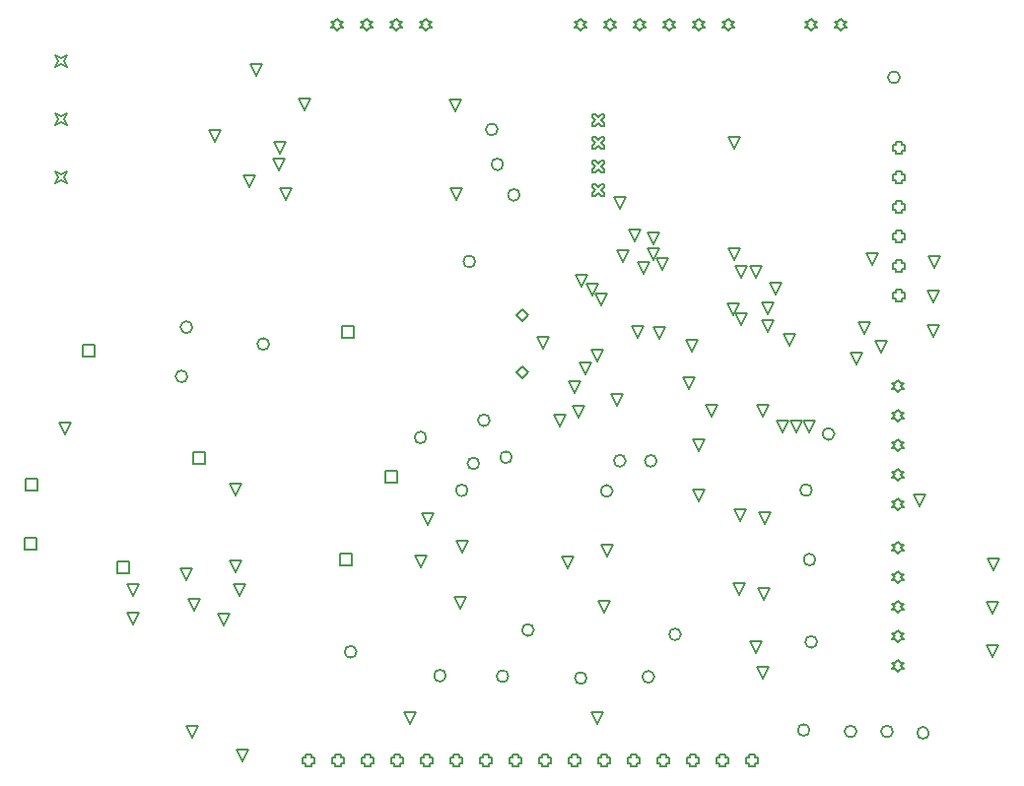
<source format=gbr>
%TF.GenerationSoftware,Altium Limited,Altium Designer,24.7.2 (38)*%
G04 Layer_Color=2752767*
%FSLAX45Y45*%
%MOMM*%
%TF.SameCoordinates,313A2AA4-CFAA-4B56-AAC7-ADE98D6BBF51*%
%TF.FilePolarity,Positive*%
%TF.FileFunction,Drawing*%
%TF.Part,Single*%
G01*
G75*
%TA.AperFunction,NonConductor*%
%ADD116C,0.12700*%
%ADD117C,0.16933*%
D116*
X7642100Y4705600D02*
Y4680200D01*
X7692900D01*
Y4705600D01*
X7718300D01*
Y4756400D01*
X7692900D01*
Y4781800D01*
X7642100D01*
Y4756400D01*
X7616700D01*
Y4705600D01*
X7642100D01*
Y5213600D02*
Y5188200D01*
X7692900D01*
Y5213600D01*
X7718300D01*
Y5264400D01*
X7692900D01*
Y5289800D01*
X7642100D01*
Y5264400D01*
X7616700D01*
Y5213600D01*
X7642100D01*
Y5467600D02*
Y5442200D01*
X7692900D01*
Y5467600D01*
X7718300D01*
Y5518400D01*
X7692900D01*
Y5543800D01*
X7642100D01*
Y5518400D01*
X7616700D01*
Y5467600D01*
X7642100D01*
Y4959600D02*
Y4934200D01*
X7692900D01*
Y4959600D01*
X7718300D01*
Y5010400D01*
X7692900D01*
Y5035800D01*
X7642100D01*
Y5010400D01*
X7616700D01*
Y4959600D01*
X7642100D01*
Y4451600D02*
Y4426200D01*
X7692900D01*
Y4451600D01*
X7718300D01*
Y4502400D01*
X7692900D01*
Y4527800D01*
X7642100D01*
Y4502400D01*
X7616700D01*
Y4451600D01*
X7642100D01*
Y4197600D02*
Y4172200D01*
X7692900D01*
Y4197600D01*
X7718300D01*
Y4248400D01*
X7692900D01*
Y4273800D01*
X7642100D01*
Y4248400D01*
X7616700D01*
Y4197600D01*
X7642100D01*
X4376700Y3566000D02*
X4427500Y3616800D01*
X4478300Y3566000D01*
X4427500Y3515200D01*
X4376700Y3566000D01*
Y4054000D02*
X4427500Y4104800D01*
X4478300Y4054000D01*
X4427500Y4003200D01*
X4376700Y4054000D01*
X7167000Y6499200D02*
X7192400Y6524600D01*
X7217800D01*
X7192400Y6550000D01*
X7217800Y6575400D01*
X7192400D01*
X7167000Y6600800D01*
X7141600Y6575400D01*
X7116200D01*
X7141600Y6550000D01*
X7116200Y6524600D01*
X7141600D01*
X7167000Y6499200D01*
X6913000D02*
X6938400Y6524600D01*
X6963800D01*
X6938400Y6550000D01*
X6963800Y6575400D01*
X6938400D01*
X6913000Y6600800D01*
X6887600Y6575400D01*
X6862200D01*
X6887600Y6550000D01*
X6862200Y6524600D01*
X6887600D01*
X6913000Y6499200D01*
X5031696Y5084200D02*
X5057096D01*
X5082496Y5109600D01*
X5107896Y5084200D01*
X5133296D01*
Y5109600D01*
X5107896Y5135000D01*
X5133296Y5160400D01*
Y5185800D01*
X5107896D01*
X5082496Y5160400D01*
X5057096Y5185800D01*
X5031696D01*
Y5160400D01*
X5057096Y5135000D01*
X5031696Y5109600D01*
Y5084200D01*
Y5284200D02*
X5057096D01*
X5082496Y5309600D01*
X5107896Y5284200D01*
X5133296D01*
Y5309600D01*
X5107896Y5335000D01*
X5133296Y5360400D01*
Y5385800D01*
X5107896D01*
X5082496Y5360400D01*
X5057096Y5385800D01*
X5031696D01*
Y5360400D01*
X5057096Y5335000D01*
X5031696Y5309600D01*
Y5284200D01*
Y5684200D02*
X5057096D01*
X5082496Y5709600D01*
X5107896Y5684200D01*
X5133296D01*
Y5709600D01*
X5107896Y5735000D01*
X5133296Y5760400D01*
Y5785800D01*
X5107896D01*
X5082496Y5760400D01*
X5057096Y5785800D01*
X5031696D01*
Y5760400D01*
X5057096Y5735000D01*
X5031696Y5709600D01*
Y5684200D01*
Y5484200D02*
X5057096D01*
X5082496Y5509600D01*
X5107896Y5484200D01*
X5133296D01*
Y5509600D01*
X5107896Y5535000D01*
X5133296Y5560400D01*
Y5585800D01*
X5107896D01*
X5082496Y5560400D01*
X5057096Y5585800D01*
X5031696D01*
Y5560400D01*
X5057096Y5535000D01*
X5031696Y5509600D01*
Y5484200D01*
X6203500Y6499200D02*
X6228900Y6524600D01*
X6254300D01*
X6228900Y6550000D01*
X6254300Y6575400D01*
X6228900D01*
X6203500Y6600800D01*
X6178100Y6575400D01*
X6152700D01*
X6178100Y6550000D01*
X6152700Y6524600D01*
X6178100D01*
X6203500Y6499200D01*
X5949500D02*
X5974900Y6524600D01*
X6000300D01*
X5974900Y6550000D01*
X6000300Y6575400D01*
X5974900D01*
X5949500Y6600800D01*
X5924100Y6575400D01*
X5898700D01*
X5924100Y6550000D01*
X5898700Y6524600D01*
X5924100D01*
X5949500Y6499200D01*
X5695500D02*
X5720900Y6524600D01*
X5746300D01*
X5720900Y6550000D01*
X5746300Y6575400D01*
X5720900D01*
X5695500Y6600800D01*
X5670100Y6575400D01*
X5644700D01*
X5670100Y6550000D01*
X5644700Y6524600D01*
X5670100D01*
X5695500Y6499200D01*
X5441500D02*
X5466900Y6524600D01*
X5492300D01*
X5466900Y6550000D01*
X5492300Y6575400D01*
X5466900D01*
X5441500Y6600800D01*
X5416100Y6575400D01*
X5390700D01*
X5416100Y6550000D01*
X5390700Y6524600D01*
X5416100D01*
X5441500Y6499200D01*
X5187500D02*
X5212900Y6524600D01*
X5238300D01*
X5212900Y6550000D01*
X5238300Y6575400D01*
X5212900D01*
X5187500Y6600800D01*
X5162100Y6575400D01*
X5136700D01*
X5162100Y6550000D01*
X5136700Y6524600D01*
X5162100D01*
X5187500Y6499200D01*
X4933500D02*
X4958900Y6524600D01*
X4984300D01*
X4958900Y6550000D01*
X4984300Y6575400D01*
X4958900D01*
X4933500Y6600800D01*
X4908100Y6575400D01*
X4882700D01*
X4908100Y6550000D01*
X4882700Y6524600D01*
X4908100D01*
X4933500Y6499200D01*
X416698Y5191752D02*
X442098Y5242552D01*
X416698Y5293352D01*
X467498Y5267952D01*
X518298Y5293352D01*
X492898Y5242552D01*
X518298Y5191752D01*
X467498Y5217152D01*
X416698Y5191752D01*
Y6191750D02*
X442098Y6242550D01*
X416698Y6293350D01*
X467498Y6267950D01*
X518298Y6293350D01*
X492898Y6242550D01*
X518298Y6191750D01*
X467498Y6217150D01*
X416698Y6191750D01*
Y5691751D02*
X442098Y5742551D01*
X416698Y5793351D01*
X467498Y5767951D01*
X518298Y5793351D01*
X492898Y5742551D01*
X518298Y5691751D01*
X467498Y5717151D01*
X416698Y5691751D01*
X3600000Y6501700D02*
X3625400Y6527100D01*
X3650800D01*
X3625400Y6552500D01*
X3650800Y6577900D01*
X3625400D01*
X3600000Y6603300D01*
X3574600Y6577900D01*
X3549200D01*
X3574600Y6552500D01*
X3549200Y6527100D01*
X3574600D01*
X3600000Y6501700D01*
X3346000D02*
X3371400Y6527100D01*
X3396800D01*
X3371400Y6552500D01*
X3396800Y6577900D01*
X3371400D01*
X3346000Y6603300D01*
X3320600Y6577900D01*
X3295200D01*
X3320600Y6552500D01*
X3295200Y6527100D01*
X3320600D01*
X3346000Y6501700D01*
X3092000D02*
X3117400Y6527100D01*
X3142800D01*
X3117400Y6552500D01*
X3142800Y6577900D01*
X3117400D01*
X3092000Y6603300D01*
X3066600Y6577900D01*
X3041200D01*
X3066600Y6552500D01*
X3041200Y6527100D01*
X3066600D01*
X3092000Y6501700D01*
X2838000D02*
X2863400Y6527100D01*
X2888800D01*
X2863400Y6552500D01*
X2888800Y6577900D01*
X2863400D01*
X2838000Y6603300D01*
X2812600Y6577900D01*
X2787200D01*
X2812600Y6552500D01*
X2787200Y6527100D01*
X2812600D01*
X2838000Y6501700D01*
X7655000Y3397200D02*
X7680400Y3422600D01*
X7705800D01*
X7680400Y3448000D01*
X7705800Y3473400D01*
X7680400D01*
X7655000Y3498800D01*
X7629600Y3473400D01*
X7604200D01*
X7629600Y3448000D01*
X7604200Y3422600D01*
X7629600D01*
X7655000Y3397200D01*
Y3143200D02*
X7680400Y3168600D01*
X7705800D01*
X7680400Y3194000D01*
X7705800Y3219400D01*
X7680400D01*
X7655000Y3244800D01*
X7629600Y3219400D01*
X7604200D01*
X7629600Y3194000D01*
X7604200Y3168600D01*
X7629600D01*
X7655000Y3143200D01*
Y2381200D02*
X7680400Y2406600D01*
X7705800D01*
X7680400Y2432000D01*
X7705800Y2457400D01*
X7680400D01*
X7655000Y2482800D01*
X7629600Y2457400D01*
X7604200D01*
X7629600Y2432000D01*
X7604200Y2406600D01*
X7629600D01*
X7655000Y2381200D01*
Y2635200D02*
X7680400Y2660600D01*
X7705800D01*
X7680400Y2686000D01*
X7705800Y2711400D01*
X7680400D01*
X7655000Y2736800D01*
X7629600Y2711400D01*
X7604200D01*
X7629600Y2686000D01*
X7604200Y2660600D01*
X7629600D01*
X7655000Y2635200D01*
Y2889200D02*
X7680400Y2914600D01*
X7705800D01*
X7680400Y2940000D01*
X7705800Y2965400D01*
X7680400D01*
X7655000Y2990800D01*
X7629600Y2965400D01*
X7604200D01*
X7629600Y2940000D01*
X7604200Y2914600D01*
X7629600D01*
X7655000Y2889200D01*
Y2007200D02*
X7680400Y2032600D01*
X7705800D01*
X7680400Y2058000D01*
X7705800Y2083400D01*
X7680400D01*
X7655000Y2108800D01*
X7629600Y2083400D01*
X7604200D01*
X7629600Y2058000D01*
X7604200Y2032600D01*
X7629600D01*
X7655000Y2007200D01*
Y1753200D02*
X7680400Y1778600D01*
X7705800D01*
X7680400Y1804000D01*
X7705800Y1829400D01*
X7680400D01*
X7655000Y1854800D01*
X7629600Y1829400D01*
X7604200D01*
X7629600Y1804000D01*
X7604200Y1778600D01*
X7629600D01*
X7655000Y1753200D01*
Y991200D02*
X7680400Y1016600D01*
X7705800D01*
X7680400Y1042000D01*
X7705800Y1067400D01*
X7680400D01*
X7655000Y1092800D01*
X7629600Y1067400D01*
X7604200D01*
X7629600Y1042000D01*
X7604200Y1016600D01*
X7629600D01*
X7655000Y991200D01*
Y1245200D02*
X7680400Y1270600D01*
X7705800D01*
X7680400Y1296000D01*
X7705800Y1321400D01*
X7680400D01*
X7655000Y1346800D01*
X7629600Y1321400D01*
X7604200D01*
X7629600Y1296000D01*
X7604200Y1270600D01*
X7629600D01*
X7655000Y1245200D01*
Y1499200D02*
X7680400Y1524600D01*
X7705800D01*
X7680400Y1550000D01*
X7705800Y1575400D01*
X7680400D01*
X7655000Y1600800D01*
X7629600Y1575400D01*
X7604200D01*
X7629600Y1550000D01*
X7604200Y1524600D01*
X7629600D01*
X7655000Y1499200D01*
X5109600Y201600D02*
Y176200D01*
X5160400D01*
Y201600D01*
X5185800D01*
Y252400D01*
X5160400D01*
Y277800D01*
X5109600D01*
Y252400D01*
X5084200D01*
Y201600D01*
X5109600D01*
X5363600D02*
Y176200D01*
X5414400D01*
Y201600D01*
X5439800D01*
Y252400D01*
X5414400D01*
Y277800D01*
X5363600D01*
Y252400D01*
X5338200D01*
Y201600D01*
X5363600D01*
X5617600D02*
Y176200D01*
X5668400D01*
Y201600D01*
X5693800D01*
Y252400D01*
X5668400D01*
Y277800D01*
X5617600D01*
Y252400D01*
X5592200D01*
Y201600D01*
X5617600D01*
X6125600D02*
Y176200D01*
X6176400D01*
Y201600D01*
X6201800D01*
Y252400D01*
X6176400D01*
Y277800D01*
X6125600D01*
Y252400D01*
X6100200D01*
Y201600D01*
X6125600D01*
X6379600D02*
Y176200D01*
X6430400D01*
Y201600D01*
X6455800D01*
Y252400D01*
X6430400D01*
Y277800D01*
X6379600D01*
Y252400D01*
X6354200D01*
Y201600D01*
X6379600D01*
X5871600D02*
Y176200D01*
X5922400D01*
Y201600D01*
X5947800D01*
Y252400D01*
X5922400D01*
Y277800D01*
X5871600D01*
Y252400D01*
X5846200D01*
Y201600D01*
X5871600D01*
X4855600D02*
Y176200D01*
X4906400D01*
Y201600D01*
X4931800D01*
Y252400D01*
X4906400D01*
Y277800D01*
X4855600D01*
Y252400D01*
X4830200D01*
Y201600D01*
X4855600D01*
X4601600D02*
Y176200D01*
X4652400D01*
Y201600D01*
X4677800D01*
Y252400D01*
X4652400D01*
Y277800D01*
X4601600D01*
Y252400D01*
X4576200D01*
Y201600D01*
X4601600D01*
X4347600D02*
Y176200D01*
X4398400D01*
Y201600D01*
X4423800D01*
Y252400D01*
X4398400D01*
Y277800D01*
X4347600D01*
Y252400D01*
X4322200D01*
Y201600D01*
X4347600D01*
X4093600D02*
Y176200D01*
X4144400D01*
Y201600D01*
X4169800D01*
Y252400D01*
X4144400D01*
Y277800D01*
X4093600D01*
Y252400D01*
X4068200D01*
Y201600D01*
X4093600D01*
X3839600D02*
Y176200D01*
X3890400D01*
Y201600D01*
X3915800D01*
Y252400D01*
X3890400D01*
Y277800D01*
X3839600D01*
Y252400D01*
X3814200D01*
Y201600D01*
X3839600D01*
X3585600D02*
Y176200D01*
X3636400D01*
Y201600D01*
X3661800D01*
Y252400D01*
X3636400D01*
Y277800D01*
X3585600D01*
Y252400D01*
X3560200D01*
Y201600D01*
X3585600D01*
X3331600D02*
Y176200D01*
X3382400D01*
Y201600D01*
X3407800D01*
Y252400D01*
X3382400D01*
Y277800D01*
X3331600D01*
Y252400D01*
X3306200D01*
Y201600D01*
X3331600D01*
X3077600D02*
Y176200D01*
X3128400D01*
Y201600D01*
X3153800D01*
Y252400D01*
X3128400D01*
Y277800D01*
X3077600D01*
Y252400D01*
X3052200D01*
Y201600D01*
X3077600D01*
X2823600D02*
Y176200D01*
X2874400D01*
Y201600D01*
X2899800D01*
Y252400D01*
X2874400D01*
Y277800D01*
X2823600D01*
Y252400D01*
X2798200D01*
Y201600D01*
X2823600D01*
X2569600D02*
Y176200D01*
X2620400D01*
Y201600D01*
X2645800D01*
Y252400D01*
X2620400D01*
Y277800D01*
X2569600D01*
Y252400D01*
X2544200D01*
Y201600D01*
X2569600D01*
X6537500Y3911700D02*
X6486700Y4013300D01*
X6588300D01*
X6537500Y3911700D01*
X6307301Y3968326D02*
X6256501Y4069926D01*
X6358101D01*
X6307301Y3968326D01*
X6245000Y4053342D02*
X6194200Y4154942D01*
X6295800D01*
X6245000Y4053342D01*
X5135000Y1496700D02*
X5084200Y1598300D01*
X5185800D01*
X5135000Y1496700D01*
X3895000Y1534200D02*
X3844200Y1635800D01*
X3945800D01*
X3895000Y1534200D01*
X3620000Y2249200D02*
X3569200Y2350800D01*
X3670800D01*
X3620000Y2249200D01*
X656700Y3696700D02*
Y3798300D01*
X758300D01*
Y3696700D01*
X656700D01*
X5397500Y4691700D02*
X5346700Y4793300D01*
X5448300D01*
X5397500Y4691700D01*
X4972500Y3549200D02*
X4921700Y3650800D01*
X5023300D01*
X4972500Y3549200D01*
X4912500Y3179200D02*
X4861700Y3280800D01*
X4963300D01*
X4912500Y3179200D01*
X1607600Y1519200D02*
X1556800Y1620800D01*
X1658400D01*
X1607600Y1519200D01*
X500000Y3031700D02*
X449200Y3133300D01*
X550800D01*
X500000Y3031700D01*
X4612500Y3770450D02*
X4561700Y3872050D01*
X4663300D01*
X4612500Y3770450D01*
X6437500Y4379200D02*
X6386700Y4480800D01*
X6488300D01*
X6437500Y4379200D01*
X6310000D02*
X6259200Y4480800D01*
X6360800D01*
X6310000Y4379200D01*
X5070400Y545310D02*
X5019600Y646910D01*
X5121200D01*
X5070400Y545310D01*
X5072604Y3661804D02*
X5021804Y3763404D01*
X5123404D01*
X5072604Y3661804D01*
X6897500Y3049200D02*
X6846700Y3150800D01*
X6948300D01*
X6897500Y3049200D01*
X6662500D02*
X6611700Y3150800D01*
X6713300D01*
X6662500Y3049200D01*
X4882500Y3386700D02*
X4831700Y3488300D01*
X4933300D01*
X4882500Y3386700D01*
X5242500Y3276700D02*
X5191700Y3378300D01*
X5293300D01*
X5242500Y3276700D01*
X1967500Y2506700D02*
X1916700Y2608300D01*
X2018300D01*
X1967500Y2506700D01*
X5607500Y3856700D02*
X5556700Y3958300D01*
X5658300D01*
X5607500Y3856700D01*
X5632426Y4446271D02*
X5581626Y4547871D01*
X5683226D01*
X5632426Y4446271D01*
X6055000Y3186700D02*
X6004200Y3288300D01*
X6105800D01*
X6055000Y3186700D01*
X5865000Y3421700D02*
X5814200Y3523300D01*
X5915800D01*
X5865000Y3421700D01*
X5890000Y3739200D02*
X5839200Y3840800D01*
X5940800D01*
X5890000Y3739200D01*
X5422500Y3859200D02*
X5371700Y3960800D01*
X5473300D01*
X5422500Y3859200D01*
X1967500Y1849200D02*
X1916700Y1950800D01*
X2018300D01*
X1967500Y1849200D01*
X5267500Y4969200D02*
X5216700Y5070800D01*
X5318300D01*
X5267500Y4969200D01*
X6535000Y4066700D02*
X6484200Y4168300D01*
X6585800D01*
X6535000Y4066700D01*
X7367500Y3899200D02*
X7316700Y4000800D01*
X7418300D01*
X7367500Y3899200D01*
X6782500Y3044200D02*
X6731700Y3145800D01*
X6833300D01*
X6782500Y3044200D01*
X4752500Y3101700D02*
X4701700Y3203300D01*
X4803300D01*
X4752500Y3101700D01*
X6290000Y1651700D02*
X6239200Y1753300D01*
X6340800D01*
X6290000Y1651700D01*
X6435000Y1149200D02*
X6384200Y1250800D01*
X6485800D01*
X6435000Y1149200D01*
X6500000Y933789D02*
X6449200Y1035389D01*
X6550800D01*
X6500000Y933789D01*
X6305000Y2289200D02*
X6254200Y2390800D01*
X6355800D01*
X6305000Y2289200D01*
X7845000Y2414200D02*
X7794200Y2515800D01*
X7895800D01*
X7845000Y2414200D01*
X6497500Y3184200D02*
X6446700Y3285800D01*
X6548300D01*
X6497500Y3184200D01*
X5555000Y4529200D02*
X5504200Y4630800D01*
X5605800D01*
X5555000Y4529200D01*
X5297500Y4516700D02*
X5246700Y4618300D01*
X5348300D01*
X5297500Y4516700D01*
X6247500Y5489200D02*
X6196700Y5590800D01*
X6298300D01*
X6247500Y5489200D01*
Y4529200D02*
X6196700Y4630800D01*
X6298300D01*
X6247500Y4529200D01*
X5475000Y4414200D02*
X5424200Y4515800D01*
X5525800D01*
X5475000Y4414200D01*
X5560000Y4666700D02*
X5509200Y4768300D01*
X5610800D01*
X5560000Y4666700D01*
X7440000Y4491700D02*
X7389200Y4593300D01*
X7490800D01*
X7440000Y4491700D01*
X6607500Y4231700D02*
X6556700Y4333300D01*
X6658300D01*
X6607500Y4231700D01*
X7962500Y4166700D02*
X7911700Y4268300D01*
X8013300D01*
X7962500Y4166700D01*
X5942500Y2884200D02*
X5891700Y2985800D01*
X5993300D01*
X5942500Y2884200D01*
X7967500Y4464200D02*
X7916700Y4565800D01*
X8018300D01*
X7967500Y4464200D01*
X7962500Y3866700D02*
X7911700Y3968300D01*
X8013300D01*
X7962500Y3866700D01*
X5110000Y4136700D02*
X5059200Y4238300D01*
X5160800D01*
X5110000Y4136700D01*
X5032500Y4224200D02*
X4981700Y4325800D01*
X5083300D01*
X5032500Y4224200D01*
X4942500Y4299200D02*
X4891700Y4400800D01*
X4993300D01*
X4942500Y4299200D01*
X7512500Y3734298D02*
X7461700Y3835898D01*
X7563300D01*
X7512500Y3734298D01*
X2879200Y3861700D02*
Y3963300D01*
X2980800D01*
Y3861700D01*
X2879200D01*
X3860000Y5046708D02*
X3809200Y5148308D01*
X3910800D01*
X3860000Y5046708D01*
X5942500Y2456700D02*
X5891700Y2558300D01*
X5993300D01*
X5942500Y2456700D01*
X2866700Y1904200D02*
Y2005800D01*
X2968300D01*
Y1904200D01*
X2866700D01*
X1542500Y1776700D02*
X1491700Y1878300D01*
X1593300D01*
X1542500Y1776700D01*
X1862500Y1389200D02*
X1811700Y1490800D01*
X1913300D01*
X1862500Y1389200D01*
X2002500Y1644200D02*
X1951700Y1745800D01*
X2053300D01*
X2002500Y1644200D01*
X1087500Y1396700D02*
X1036700Y1498300D01*
X1138300D01*
X1087500Y1396700D01*
X951700Y1841700D02*
Y1943300D01*
X1053300D01*
Y1841700D01*
X951700D01*
X1087500Y1646700D02*
X1036700Y1748300D01*
X1138300D01*
X1087500Y1646700D01*
X2022500Y219200D02*
X1971700Y320800D01*
X2073300D01*
X2022500Y219200D01*
X1597500Y421700D02*
X1546700Y523300D01*
X1648300D01*
X1597500Y421700D01*
X6727500Y3789200D02*
X6676700Y3890800D01*
X6778300D01*
X6727500Y3789200D01*
X7297500Y3634200D02*
X7246700Y3735800D01*
X7348300D01*
X7297500Y3634200D01*
X8472516Y1120450D02*
X8421716Y1222050D01*
X8523316D01*
X8472516Y1120450D01*
Y1492950D02*
X8421716Y1594550D01*
X8523316D01*
X8472516Y1492950D01*
X8475016Y1860450D02*
X8424216Y1962050D01*
X8525816D01*
X8475016Y1860450D01*
X3465000Y539200D02*
X3414200Y640800D01*
X3515800D01*
X3465000Y539200D01*
X4817500Y1879200D02*
X4766700Y1980800D01*
X4868300D01*
X4817500Y1879200D01*
X3560000Y1889200D02*
X3509200Y1990800D01*
X3610800D01*
X3560000Y1889200D01*
X1606700Y2776700D02*
Y2878300D01*
X1708300D01*
Y2776700D01*
X1606700D01*
X6517089Y2258773D02*
X6466289Y2360373D01*
X6567889D01*
X6517089Y2258773D01*
X6504589Y1606289D02*
X6453789Y1707889D01*
X6555389D01*
X6504589Y1606289D01*
X5155000Y1981700D02*
X5104200Y2083300D01*
X5205800D01*
X5155000Y1981700D01*
X3909984Y2019200D02*
X3859184Y2120800D01*
X3960784D01*
X3909984Y2019200D01*
X3852500Y5811700D02*
X3801700Y5913300D01*
X3903300D01*
X3852500Y5811700D01*
X2557500Y5816700D02*
X2506700Y5918300D01*
X2608300D01*
X2557500Y5816700D01*
X2397500Y5046700D02*
X2346700Y5148300D01*
X2448300D01*
X2397500Y5046700D01*
X2345000Y5441700D02*
X2294200Y5543300D01*
X2395800D01*
X2345000Y5441700D01*
X2342500Y5299200D02*
X2291700Y5400800D01*
X2393300D01*
X2342500Y5299200D01*
X2085000Y5159200D02*
X2034200Y5260800D01*
X2135800D01*
X2085000Y5159200D01*
X1785000Y5544200D02*
X1734200Y5645800D01*
X1835800D01*
X1785000Y5544200D01*
X2147500Y6111700D02*
X2096700Y6213300D01*
X2198300D01*
X2147500Y6111700D01*
X161700Y2551700D02*
Y2653300D01*
X263300D01*
Y2551700D01*
X161700D01*
X159200Y2041700D02*
Y2143300D01*
X260800D01*
Y2041700D01*
X159200D01*
X3251700Y2616700D02*
Y2718300D01*
X3353300D01*
Y2616700D01*
X3251700D01*
D117*
X4340784Y2835000D02*
G03*
X4340784Y2835000I-50800J0D01*
G01*
X3605800Y3005000D02*
G03*
X3605800Y3005000I-50800J0D01*
G01*
X7110800Y3035000D02*
G03*
X7110800Y3035000I-50800J0D01*
G01*
X6918300Y2552500D02*
G03*
X6918300Y2552500I-50800J0D01*
G01*
X7673300Y6100000D02*
G03*
X7673300Y6100000I-50800J0D01*
G01*
X1595800Y3952500D02*
G03*
X1595800Y3952500I-50800J0D01*
G01*
X2255800Y3807500D02*
G03*
X2255800Y3807500I-50800J0D01*
G01*
X6963300Y1247500D02*
G03*
X6963300Y1247500I-50800J0D01*
G01*
X3005800Y1162500D02*
G03*
X3005800Y1162500I-50800J0D01*
G01*
X7613300Y477500D02*
G03*
X7613300Y477500I-50800J0D01*
G01*
X4150800Y3152500D02*
G03*
X4150800Y3152500I-50800J0D01*
G01*
X7300800Y477500D02*
G03*
X7300800Y477500I-50800J0D01*
G01*
X6948300Y1955000D02*
G03*
X6948300Y1955000I-50800J0D01*
G01*
X1553300Y3530000D02*
G03*
X1553300Y3530000I-50800J0D01*
G01*
X5793300Y1312492D02*
G03*
X5793300Y1312492I-50800J0D01*
G01*
X5584550Y2803750D02*
G03*
X5584550Y2803750I-50800J0D01*
G01*
X5318300Y2805000D02*
G03*
X5318300Y2805000I-50800J0D01*
G01*
X5563300Y947500D02*
G03*
X5563300Y947500I-50800J0D01*
G01*
X5205800Y2545000D02*
G03*
X5205800Y2545000I-50800J0D01*
G01*
X4983033Y936234D02*
G03*
X4983033Y936234I-50800J0D01*
G01*
X4310800Y952500D02*
G03*
X4310800Y952500I-50800J0D01*
G01*
X4529526Y1350000D02*
G03*
X4529526Y1350000I-50800J0D01*
G01*
X3773300Y957500D02*
G03*
X3773300Y957500I-50800J0D01*
G01*
X4060784Y2781656D02*
G03*
X4060784Y2781656I-50800J0D01*
G01*
X3960784Y2550000D02*
G03*
X3960784Y2550000I-50800J0D01*
G01*
X4025800Y4517500D02*
G03*
X4025800Y4517500I-50800J0D01*
G01*
X4218300Y5652500D02*
G03*
X4218300Y5652500I-50800J0D01*
G01*
X4265800Y5352500D02*
G03*
X4265800Y5352500I-50800J0D01*
G01*
X4408300Y5090000D02*
G03*
X4408300Y5090000I-50800J0D01*
G01*
X7923300Y465000D02*
G03*
X7923300Y465000I-50800J0D01*
G01*
X6898300Y490000D02*
G03*
X6898300Y490000I-50800J0D01*
G01*
%TF.MD5,1d31f2ca0a34484cdb5491068f523a99*%
M02*

</source>
